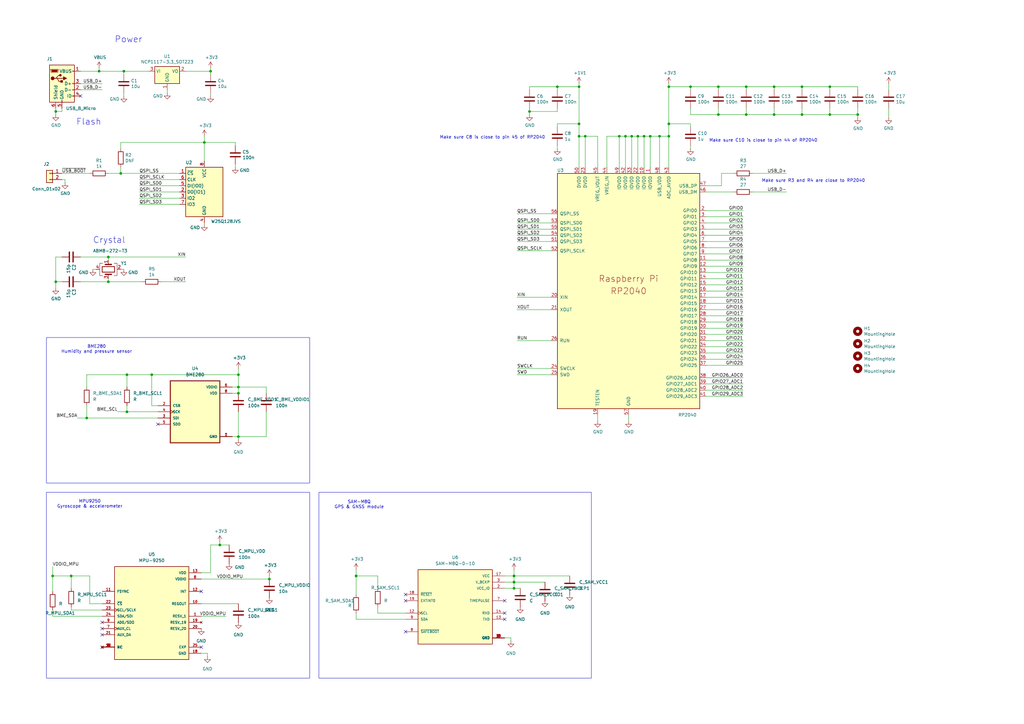
<source format=kicad_sch>
(kicad_sch (version 20250114) (generator "eeschema") (generator_version "9.0")
  (paper "A3")
  (rectangle (start 19.05 201.93) (end 127 278.13))
  (rectangle (start 19.05 138.43) (end 127 198.12))
  (rectangle (start 130.81 201.93) (end 242.57 278.13))
  (text "SAM-M8Q\nGPS & GNSS module" (at 147.32 207.01 0) (effects (font (size 1.27 1.27))))
  (text "Crystal" (at 38.1 100.076 0) (effects (font (size 2.54 2.54)) (justify left bottom)))
  (text "Make sure C10 is close to pin 44 of RP2040" (at 290.83 58.42 0) (effects (font (size 1.27 1.27)) (justify left bottom)))
  (text "Flash" (at 31.242 51.562 0) (effects (font (size 2.54 2.54)) (justify left bottom)))
  (text "Make sure R3 and R4 are close to RP2040" (at 312.42 74.93 0) (effects (font (size 1.27 1.27)) (justify left bottom)))
  (text "BME280\nHumidity and pressure sensor" (at 39.624 143.256 0) (effects (font (size 1.27 1.27))))
  (text "MPU9250\nGyroscope & accelerometer\n" (at 36.83 206.756 0) (effects (font (size 1.27 1.27))))
  (text "Power" (at 46.99 17.78 0) (effects (font (size 2.54 2.54)) (justify left bottom)))
  (text "Make sure C8 is close to pin 45 of RP2040" (at 180.34 57.15 0) (effects (font (size 1.27 1.27)) (justify left bottom)))
  (junction (at 274.32 55.88))
  (junction (at 21.59 236.22))
  (junction (at 240.03 55.88))
  (junction (at 35.56 171.45))
  (junction (at 97.79 161.29))
  (junction (at 29.21 236.22))
  (junction (at 237.49 35.56))
  (junction (at 44.45 105.41))
  (junction (at 256.54 55.88))
  (junction (at 40.64 29.21))
  (junction (at 22.86 115.57))
  (junction (at 86.36 29.21))
  (junction (at 210.82 241.3))
  (junction (at 52.07 153.67))
  (junction (at 62.23 153.67))
  (junction (at 294.64 46.99))
  (junction (at 97.79 153.67))
  (junction (at 306.07 35.56))
  (junction (at 52.07 168.91))
  (junction (at 317.5 35.56))
  (junction (at 266.7 55.88))
  (junction (at 228.6 35.56))
  (junction (at 274.32 35.56))
  (junction (at 237.49 55.88))
  (junction (at 44.45 115.57))
  (junction (at 259.08 55.88))
  (junction (at 237.49 50.8))
  (junction (at 146.05 236.22))
  (junction (at 340.36 35.56))
  (junction (at 274.32 50.8))
  (junction (at 283.21 35.56))
  (junction (at 328.93 35.56))
  (junction (at 22.86 45.72))
  (junction (at 90.17 223.52))
  (junction (at 50.8 29.21))
  (junction (at 264.16 55.88))
  (junction (at 340.36 46.99))
  (junction (at 306.07 46.99))
  (junction (at 210.82 236.22))
  (junction (at 217.17 45.72))
  (junction (at 49.53 71.12))
  (junction (at 317.5 46.99))
  (junction (at 254 55.88))
  (junction (at 97.79 179.07))
  (junction (at 97.79 158.75))
  (junction (at 110.49 237.49))
  (junction (at 261.62 55.88))
  (junction (at 351.79 46.99))
  (junction (at 328.93 46.99))
  (junction (at 294.64 35.56))
  (junction (at 270.51 55.88))
  (junction (at 83.82 58.42))
  (junction (at 210.82 238.76))
  (no_connect (at 41.91 265.43))
  (no_connect (at 41.91 255.27))
  (no_connect (at 166.37 246.38))
  (no_connect (at 64.77 173.99))
  (no_connect (at 207.01 251.46))
  (no_connect (at 41.91 257.81))
  (no_connect (at 82.55 265.43))
  (no_connect (at 207.01 246.38))
  (no_connect (at 166.37 259.08))
  (no_connect (at 207.01 254))
  (no_connect (at 33.02 39.37))
  (no_connect (at 41.91 260.35))
  (no_connect (at 166.37 243.84))
  (no_connect (at 82.55 242.57))
  (wire (pts (xy 33.02 105.41) (xy 44.45 105.41)))
  (wire (pts (xy 364.49 44.45) (xy 364.49 48.26)))
  (wire (pts (xy 36.83 247.65) (xy 36.83 236.22)))
  (wire (pts (xy 228.6 59.69) (xy 228.6 60.96)))
  (wire (pts (xy 274.32 35.56) (xy 274.32 50.8)))
  (wire (pts (xy 50.8 38.1) (xy 50.8 39.37)))
  (wire (pts (xy 245.11 55.88) (xy 240.03 55.88)))
  (wire (pts (xy 226.06 127) (xy 212.09 127)))
  (wire (pts (xy 210.82 238.76) (xy 223.52 238.76)))
  (wire (pts (xy 289.56 144.78) (xy 304.8 144.78)))
  (wire (pts (xy 109.22 168.91) (xy 109.22 179.07)))
  (wire (pts (xy 35.56 153.67) (xy 52.07 153.67)))
  (wire (pts (xy 217.17 36.83) (xy 217.17 35.56)))
  (wire (pts (xy 207.01 241.3) (xy 210.82 241.3)))
  (wire (pts (xy 289.56 109.22) (xy 304.8 109.22)))
  (wire (pts (xy 289.56 132.08) (xy 304.8 132.08)))
  (wire (pts (xy 97.79 158.75) (xy 109.22 158.75)))
  (wire (pts (xy 289.56 149.86) (xy 304.8 149.86)))
  (wire (pts (xy 289.56 86.36) (xy 304.8 86.36)))
  (wire (pts (xy 340.36 46.99) (xy 328.93 46.99)))
  (wire (pts (xy 217.17 45.72) (xy 217.17 46.99)))
  (wire (pts (xy 33.02 115.57) (xy 44.45 115.57)))
  (wire (pts (xy 317.5 46.99) (xy 306.07 46.99)))
  (wire (pts (xy 73.66 81.28) (xy 57.15 81.28)))
  (wire (pts (xy 289.56 111.76) (xy 304.8 111.76)))
  (wire (pts (xy 210.82 241.3) (xy 213.36 241.3)))
  (wire (pts (xy 95.25 158.75) (xy 97.79 158.75)))
  (wire (pts (xy 364.49 34.29) (xy 364.49 36.83)))
  (wire (pts (xy 264.16 55.88) (xy 266.7 55.88)))
  (wire (pts (xy 295.91 71.12) (xy 300.99 71.12)))
  (wire (pts (xy 289.56 93.98) (xy 304.8 93.98)))
  (wire (pts (xy 90.17 223.52) (xy 90.17 222.25)))
  (wire (pts (xy 351.79 36.83) (xy 351.79 35.56)))
  (wire (pts (xy 26.67 73.66) (xy 26.67 74.93)))
  (wire (pts (xy 217.17 45.72) (xy 228.6 45.72)))
  (wire (pts (xy 212.09 121.92) (xy 226.06 121.92)))
  (wire (pts (xy 328.93 35.56) (xy 340.36 35.56)))
  (wire (pts (xy 33.02 29.21) (xy 40.64 29.21)))
  (wire (pts (xy 240.03 55.88) (xy 237.49 55.88)))
  (wire (pts (xy 21.59 252.73) (xy 21.59 250.19)))
  (wire (pts (xy 228.6 45.72) (xy 228.6 44.45)))
  (wire (pts (xy 49.53 58.42) (xy 83.82 58.42)))
  (wire (pts (xy 25.4 45.72) (xy 22.86 45.72)))
  (wire (pts (xy 226.06 139.7) (xy 212.09 139.7)))
  (wire (pts (xy 248.92 68.58) (xy 248.92 55.88)))
  (wire (pts (xy 237.49 50.8) (xy 237.49 55.88)))
  (wire (pts (xy 64.77 166.37) (xy 62.23 166.37)))
  (wire (pts (xy 96.52 59.69) (xy 96.52 58.42)))
  (wire (pts (xy 95.25 161.29) (xy 97.79 161.29)))
  (wire (pts (xy 351.79 46.99) (xy 351.79 48.26)))
  (wire (pts (xy 154.94 248.92) (xy 154.94 251.46)))
  (wire (pts (xy 289.56 96.52) (xy 304.8 96.52)))
  (wire (pts (xy 21.59 236.22) (xy 29.21 236.22)))
  (wire (pts (xy 44.45 106.68) (xy 44.45 105.41)))
  (wire (pts (xy 207.01 236.22) (xy 210.82 236.22)))
  (wire (pts (xy 289.56 139.7) (xy 304.8 139.7)))
  (wire (pts (xy 212.09 91.44) (xy 226.06 91.44)))
  (wire (pts (xy 97.79 158.75) (xy 97.79 161.29)))
  (wire (pts (xy 210.82 241.3) (xy 210.82 238.76)))
  (wire (pts (xy 289.56 104.14) (xy 304.8 104.14)))
  (wire (pts (xy 274.32 50.8) (xy 283.21 50.8)))
  (wire (pts (xy 166.37 254) (xy 146.05 254)))
  (wire (pts (xy 306.07 36.83) (xy 306.07 35.56)))
  (wire (pts (xy 38.1 110.49) (xy 39.37 110.49)))
  (wire (pts (xy 109.22 158.75) (xy 109.22 161.29)))
  (wire (pts (xy 289.56 99.06) (xy 304.8 99.06)))
  (wire (pts (xy 31.75 171.45) (xy 35.56 171.45)))
  (wire (pts (xy 35.56 153.67) (xy 35.56 158.75)))
  (wire (pts (xy 289.56 162.56) (xy 304.8 162.56)))
  (wire (pts (xy 73.66 83.82) (xy 57.15 83.82)))
  (wire (pts (xy 73.66 78.74) (xy 57.15 78.74)))
  (wire (pts (xy 52.07 153.67) (xy 52.07 158.75)))
  (wire (pts (xy 289.56 154.94) (xy 304.8 154.94)))
  (wire (pts (xy 274.32 55.88) (xy 274.32 68.58)))
  (wire (pts (xy 289.56 114.3) (xy 304.8 114.3)))
  (wire (pts (xy 92.71 252.73) (xy 82.55 252.73)))
  (wire (pts (xy 228.6 35.56) (xy 237.49 35.56)))
  (wire (pts (xy 261.62 68.58) (xy 261.62 55.88)))
  (wire (pts (xy 95.25 179.07) (xy 97.79 179.07)))
  (wire (pts (xy 73.66 76.2) (xy 57.15 76.2)))
  (wire (pts (xy 146.05 233.68) (xy 146.05 236.22)))
  (wire (pts (xy 259.08 55.88) (xy 261.62 55.88)))
  (wire (pts (xy 317.5 36.83) (xy 317.5 35.56)))
  (wire (pts (xy 41.91 252.73) (xy 21.59 252.73)))
  (wire (pts (xy 146.05 236.22) (xy 146.05 243.84)))
  (wire (pts (xy 36.83 71.12) (xy 25.4 71.12)))
  (wire (pts (xy 283.21 59.69) (xy 283.21 60.96)))
  (wire (pts (xy 328.93 44.45) (xy 328.93 46.99)))
  (wire (pts (xy 283.21 44.45) (xy 283.21 46.99)))
  (wire (pts (xy 60.96 29.21) (xy 50.8 29.21)))
  (wire (pts (xy 25.4 44.45) (xy 25.4 45.72)))
  (wire (pts (xy 340.36 36.83) (xy 340.36 35.56)))
  (wire (pts (xy 289.56 127) (xy 304.8 127)))
  (wire (pts (xy 21.59 242.57) (xy 21.59 236.22)))
  (wire (pts (xy 96.52 67.31) (xy 96.52 68.58)))
  (wire (pts (xy 25.4 115.57) (xy 22.86 115.57)))
  (wire (pts (xy 317.5 35.56) (xy 328.93 35.56)))
  (wire (pts (xy 317.5 44.45) (xy 317.5 46.99)))
  (wire (pts (xy 90.17 223.52) (xy 93.98 223.52)))
  (wire (pts (xy 295.91 71.12) (xy 295.91 76.2)))
  (wire (pts (xy 306.07 35.56) (xy 317.5 35.56)))
  (wire (pts (xy 289.56 121.92) (xy 304.8 121.92)))
  (wire (pts (xy 21.59 232.41) (xy 21.59 236.22)))
  (wire (pts (xy 245.11 68.58) (xy 245.11 55.88)))
  (wire (pts (xy 97.79 151.13) (xy 97.79 153.67)))
  (wire (pts (xy 29.21 250.19) (xy 29.21 248.92)))
  (wire (pts (xy 210.82 236.22) (xy 210.82 233.68)))
  (wire (pts (xy 226.06 153.67) (xy 212.09 153.67)))
  (wire (pts (xy 289.56 91.44) (xy 304.8 91.44)))
  (wire (pts (xy 154.94 236.22) (xy 146.05 236.22)))
  (wire (pts (xy 25.4 73.66) (xy 26.67 73.66)))
  (wire (pts (xy 36.83 236.22) (xy 29.21 236.22)))
  (wire (pts (xy 217.17 35.56) (xy 228.6 35.56)))
  (wire (pts (xy 248.92 55.88) (xy 254 55.88)))
  (wire (pts (xy 289.56 157.48) (xy 304.8 157.48)))
  (wire (pts (xy 22.86 115.57) (xy 22.86 118.11)))
  (wire (pts (xy 294.64 46.99) (xy 283.21 46.99)))
  (wire (pts (xy 261.62 55.88) (xy 264.16 55.88)))
  (wire (pts (xy 86.36 29.21) (xy 86.36 27.94)))
  (wire (pts (xy 146.05 254) (xy 146.05 251.46)))
  (wire (pts (xy 289.56 119.38) (xy 304.8 119.38)))
  (wire (pts (xy 29.21 241.3) (xy 29.21 236.22)))
  (wire (pts (xy 306.07 46.99) (xy 294.64 46.99)))
  (wire (pts (xy 289.56 106.68) (xy 304.8 106.68)))
  (wire (pts (xy 64.77 168.91) (xy 52.07 168.91)))
  (wire (pts (xy 245.11 170.18) (xy 245.11 172.72)))
  (wire (pts (xy 62.23 153.67) (xy 97.79 153.67)))
  (wire (pts (xy 270.51 55.88) (xy 274.32 55.88)))
  (wire (pts (xy 48.26 168.91) (xy 52.07 168.91)))
  (wire (pts (xy 340.36 35.56) (xy 351.79 35.56)))
  (wire (pts (xy 270.51 68.58) (xy 270.51 55.88)))
  (wire (pts (xy 85.09 269.24) (xy 85.09 267.97)))
  (wire (pts (xy 289.56 134.62) (xy 304.8 134.62)))
  (wire (pts (xy 41.91 250.19) (xy 29.21 250.19)))
  (wire (pts (xy 256.54 68.58) (xy 256.54 55.88)))
  (wire (pts (xy 62.23 153.67) (xy 62.23 166.37)))
  (wire (pts (xy 226.06 102.87) (xy 212.09 102.87)))
  (wire (pts (xy 228.6 36.83) (xy 228.6 35.56)))
  (wire (pts (xy 294.64 36.83) (xy 294.64 35.56)))
  (wire (pts (xy 66.04 115.57) (xy 76.2 115.57)))
  (wire (pts (xy 50.8 30.48) (xy 50.8 29.21)))
  (wire (pts (xy 226.06 151.13) (xy 212.09 151.13)))
  (wire (pts (xy 289.56 101.6) (xy 304.8 101.6)))
  (wire (pts (xy 109.22 179.07) (xy 97.79 179.07)))
  (wire (pts (xy 35.56 171.45) (xy 64.77 171.45)))
  (wire (pts (xy 259.08 68.58) (xy 259.08 55.88)))
  (wire (pts (xy 97.79 168.91) (xy 97.79 179.07)))
  (wire (pts (xy 257.81 170.18) (xy 257.81 172.72)))
  (wire (pts (xy 44.45 115.57) (xy 58.42 115.57)))
  (wire (pts (xy 264.16 68.58) (xy 264.16 55.88)))
  (wire (pts (xy 340.36 46.99) (xy 351.79 46.99)))
  (wire (pts (xy 256.54 55.88) (xy 259.08 55.88)))
  (wire (pts (xy 154.94 241.3) (xy 154.94 236.22)))
  (wire (pts (xy 83.82 92.075) (xy 83.82 91.44)))
  (wire (pts (xy 217.17 44.45) (xy 217.17 45.72)))
  (wire (pts (xy 212.09 96.52) (xy 226.06 96.52)))
  (wire (pts (xy 82.55 234.95) (xy 86.36 234.95)))
  (wire (pts (xy 283.21 35.56) (xy 294.64 35.56)))
  (wire (pts (xy 308.61 71.12) (xy 322.58 71.12)))
  (wire (pts (xy 40.64 27.94) (xy 40.64 29.21)))
  (wire (pts (xy 212.09 93.98) (xy 226.06 93.98)))
  (wire (pts (xy 351.79 44.45) (xy 351.79 46.99)))
  (wire (pts (xy 44.45 105.41) (xy 76.2 105.41)))
  (wire (pts (xy 68.58 36.83) (xy 68.58 38.1)))
  (wire (pts (xy 274.32 34.29) (xy 274.32 35.56)))
  (wire (pts (xy 266.7 55.88) (xy 270.51 55.88)))
  (wire (pts (xy 82.55 237.49) (xy 110.49 237.49)))
  (wire (pts (xy 85.09 267.97) (xy 82.55 267.97)))
  (wire (pts (xy 237.49 34.29) (xy 237.49 35.56)))
  (wire (pts (xy 237.49 35.56) (xy 237.49 50.8)))
  (wire (pts (xy 49.53 110.49) (xy 50.8 110.49)))
  (wire (pts (xy 86.36 30.48) (xy 86.36 29.21)))
  (wire (pts (xy 289.56 76.2) (xy 295.91 76.2)))
  (wire (pts (xy 22.86 44.45) (xy 22.86 45.72)))
  (wire (pts (xy 289.56 88.9) (xy 304.8 88.9)))
  (wire (pts (xy 289.56 124.46) (xy 304.8 124.46)))
  (wire (pts (xy 33.02 34.29) (xy 41.91 34.29)))
  (wire (pts (xy 82.55 247.65) (xy 97.79 247.65)))
  (wire (pts (xy 97.79 180.34) (xy 97.79 179.07)))
  (wire (pts (xy 110.49 236.22) (xy 110.49 237.49)))
  (wire (pts (xy 207.01 238.76) (xy 210.82 238.76)))
  (wire (pts (xy 210.82 236.22) (xy 233.68 236.22)))
  (wire (pts (xy 266.7 55.88) (xy 266.7 68.58)))
  (wire (pts (xy 33.02 36.83) (xy 41.91 36.83)))
  (wire (pts (xy 226.06 87.63) (xy 212.09 87.63)))
  (wire (pts (xy 308.61 78.74) (xy 322.58 78.74)))
  (wire (pts (xy 294.64 35.56) (xy 306.07 35.56)))
  (wire (pts (xy 228.6 52.07) (xy 228.6 50.8)))
  (wire (pts (xy 22.86 105.41) (xy 22.86 115.57)))
  (wire (pts (xy 35.56 166.37) (xy 35.56 171.45)))
  (wire (pts (xy 57.15 73.66) (xy 73.66 73.66)))
  (wire (pts (xy 49.53 68.58) (xy 49.53 71.12)))
  (wire (pts (xy 274.32 35.56) (xy 283.21 35.56)))
  (wire (pts (xy 340.36 44.45) (xy 340.36 46.99)))
  (wire (pts (xy 328.93 36.83) (xy 328.93 35.56)))
  (wire (pts (xy 52.07 168.91) (xy 52.07 166.37)))
  (wire (pts (xy 289.56 137.16) (xy 304.8 137.16)))
  (wire (pts (xy 210.82 238.76) (xy 210.82 236.22)))
  (wire (pts (xy 289.56 116.84) (xy 304.8 116.84)))
  (wire (pts (xy 154.94 251.46) (xy 166.37 251.46)))
  (wire (pts (xy 40.64 29.21) (xy 50.8 29.21)))
  (wire (pts (xy 228.6 50.8) (xy 237.49 50.8)))
  (wire (pts (xy 294.64 44.45) (xy 294.64 46.99)))
  (wire (pts (xy 83.82 58.42) (xy 96.52 58.42)))
  (wire (pts (xy 237.49 55.88) (xy 237.49 68.58)))
  (wire (pts (xy 86.36 223.52) (xy 90.17 223.52)))
  (wire (pts (xy 254 55.88) (xy 256.54 55.88)))
  (wire (pts (xy 209.55 261.62) (xy 207.01 261.62)))
  (wire (pts (xy 328.93 46.99) (xy 317.5 46.99)))
  (wire (pts (xy 86.36 38.1) (xy 86.36 39.37)))
  (wire (pts (xy 254 68.58) (xy 254 55.88)))
  (wire (pts (xy 86.36 223.52) (xy 86.36 234.95)))
  (wire (pts (xy 44.45 71.12) (xy 49.53 71.12)))
  (wire (pts (xy 240.03 68.58) (xy 240.03 55.88)))
  (wire (pts (xy 289.56 129.54) (xy 304.8 129.54)))
  (wire (pts (xy 97.79 153.67) (xy 97.79 158.75)))
  (wire (pts (xy 83.82 55.88) (xy 83.82 58.42)))
  (wire (pts (xy 22.86 45.72) (xy 22.86 46.99)))
  (wire (pts (xy 49.53 60.96) (xy 49.53 58.42)))
  (wire (pts (xy 274.32 50.8) (xy 274.32 55.88)))
  (wire (pts (xy 25.4 105.41) (xy 22.86 105.41)))
  (wire (pts (xy 41.91 247.65) (xy 36.83 247.65)))
  (wire (pts (xy 283.21 52.07) (xy 283.21 50.8)))
  (wire (pts (xy 83.82 58.42) (xy 83.82 66.04)))
  (wire (pts (xy 289.56 147.32) (xy 304.8 147.32)))
  (wire (pts (xy 44.45 114.3) (xy 44.45 115.57)))
  (wire (pts (xy 289.56 142.24) (xy 304.8 142.24)))
  (wire (pts (xy 76.2 29.21) (xy 86.36 29.21)))
  (wire (pts (xy 289.56 160.02) (xy 304.8 160.02)))
  (wire (pts (xy 306.07 44.45) (xy 306.07 46.99)))
  (wire (pts (xy 283.21 36.83) (xy 283.21 35.56)))
  (wire (pts (xy 209.55 262.89) (xy 209.55 261.62)))
  (wire (pts (xy 49.53 71.12) (xy 73.66 71.12)))
  (wire (pts (xy 289.56 78.74) (xy 300.99 78.74)))
  (wire (pts (xy 52.07 153.67) (xy 62.23 153.67)))
  (wire (pts (xy 212.09 99.06) (xy 226.06 99.06)))
  (label "VDDIO_MPU" (at 21.59 232.41 0))
  (label "GPIO27_ADC1" (at 304.8 157.48 180))
  (label "XIN" (at 212.09 121.92 0))
  (label "GPIO24" (at 304.8 147.32 180))
  (label "QSPI_SD0" (at 57.15 76.2 0))
  (label "GPIO23" (at 304.8 144.78 180))
  (label "SWD" (at 212.09 153.67 0))
  (label "XIN" (at 76.2 105.41 180))
  (label "GPIO11" (at 304.8 114.3 180))
  (label "VDDIO_MPU" (at 92.71 252.73 180))
  (label "QSPI_SD3" (at 57.15 83.82 0))
  (label "GPIO29_ADC3" (at 304.8 162.56 180))
  (label "QSPI_SD2" (at 212.09 96.52 0))
  (label "GPIO22" (at 304.8 142.24 180))
  (label "USB_D+" (at 41.91 34.29 180))
  (label "QSPI_SS" (at 212.09 87.63 0))
  (label "VDDIO_MPU" (at 88.9 237.49 0))
  (label "GPIO10" (at 304.8 111.76 180))
  (label "GPIO16" (at 304.8 127 180))
  (label "GPIO2" (at 304.8 91.44 180))
  (label "GPIO15" (at 304.8 124.46 180))
  (label "GPIO14" (at 304.8 121.92 180))
  (label "GPIO26_ADC0" (at 304.8 154.94 180))
  (label "QSPI_SD1" (at 212.09 93.98 0))
  (label "GPIO0" (at 304.8 86.36 180))
  (label "GPIO12" (at 304.8 116.84 180))
  (label "QSPI_SD1" (at 57.15 78.74 0))
  (label "GPIO7" (at 304.8 104.14 180))
  (label "QSPI_SD2" (at 57.15 81.28 0))
  (label "RUN" (at 212.09 139.7 0))
  (label "USB_D+" (at 322.58 71.12 180))
  (label "XOUT" (at 76.2 115.57 180))
  (label "QSPI_SD0" (at 212.09 91.44 0))
  (label "QSPI_SD3" (at 212.09 99.06 0))
  (label "GPIO4" (at 304.8 96.52 180))
  (label "GPIO18" (at 304.8 132.08 180))
  (label "BME_SDA" (at 31.75 171.45 180))
  (label "BME_SCL" (at 48.26 168.91 180))
  (label "QSPI_SCLK" (at 57.15 73.66 0))
  (label "GPIO20" (at 304.8 137.16 180))
  (label "GPIO8" (at 304.8 106.68 180))
  (label "GPIO17" (at 304.8 129.54 180))
  (label "GPIO28_ADC2" (at 304.8 160.02 180))
  (label "GPIO13" (at 304.8 119.38 180))
  (label "~{USB_BOOT}" (at 25.4 71.12 0))
  (label "XOUT" (at 212.09 127 0))
  (label "GPIO1" (at 304.8 88.9 180))
  (label "QSPI_SS" (at 57.15 71.12 0))
  (label "GPIO21" (at 304.8 139.7 180))
  (label "GPIO6" (at 304.8 101.6 180))
  (label "GPIO25" (at 304.8 149.86 180))
  (label "USB_D-" (at 322.58 78.74 180))
  (label "GPIO3" (at 304.8 93.98 180))
  (label "QSPI_SCLK" (at 212.09 102.87 0))
  (label "GPIO9" (at 304.8 109.22 180))
  (label "USB_D-" (at 41.91 36.83 180))
  (label "GPIO19" (at 304.8 134.62 180))
  (label "SWCLK" (at 212.09 151.13 0))
  (label "GPIO5" (at 304.8 99.06 180))
  (symbol (lib_id "MCU_RaspberryPi_RP2040:RP2040") (at 257.81 119.38 0) (unit 1)
    (property "Reference" "U3" (at 229.87 69.85 0))
    (property "Value" "RP2040" (at 281.94 170.18 0))
    (property "Footprint" "RP2040_minimal_r2:RP2040-QFN-56" (effects (hide yes)))
  )
  (symbol (lib_id "Memory_Flash:W25Q128JVS") (at 83.82 78.74 0) (unit 1)
    (property "Reference" "U2" (at 77.47 66.675 0))
    (property "Value" "W25Q128JVS" (at 92.71 90.805 0))
    (property "Footprint" "Package_SO:SOIC-8_5.3x5.3mm_P1.27mm" (effects (hide yes)))
    (property "Datasheet" "http://www.winbond.com/resource-files/w25q128jv_dtr%20revc%2003272018%20plus.pdf" (effects (hide yes)))
  )
  (symbol (lib_id "power:+3V3") (at 83.82 55.88 0) (unit 1)
    (property "Reference" "#PWR07" (effects (hide yes)))
    (property "Value" "+3V3" (at 84.201 51.4858 0))
  )
  (symbol (lib_id "power:GND") (at 83.82 92.075 0) (unit 1)
    (property "Reference" "#PWR08" (effects (hide yes)))
    (property "Value" "GND" (at 80.01 93.345 0))
  )
  (symbol (lib_id "Device:R") (at 49.53 64.77 0) (unit 1)
    (property "Reference" "R2" (at 51.308 63.6016 0) (effects (justify left)))
    (property "Value" "DNF" (at 51.308 65.913 0) (effects (justify left)))
    (property "Footprint" "Resistor_SMD:R_0805_2012Metric" (effects (hide yes)))
  )
  (symbol (lib_id "Device:R") (at 40.64 71.12 270) (unit 1)
    (property "Reference" "R1" (at 40.64 65.8622 90))
    (property "Value" "1k" (at 40.64 68.1736 90))
    (property "Footprint" "Resistor_SMD:R_0805_2012Metric" (effects (hide yes)))
  )
  (symbol (lib_id "Device:C") (at 96.52 63.5 0) (unit 1)
    (property "Reference" "C5" (at 99.441 62.3316 0) (effects (justify left)))
    (property "Value" "100n" (at 99.441 64.643 0) (effects (justify left)))
    (property "Footprint" "Capacitor_SMD:C_0402_1005Metric" (effects (hide yes)))
  )
  (symbol (lib_id "power:GND") (at 96.52 68.58 0) (unit 1)
    (property "Reference" "#PWR011" (effects (hide yes)))
    (property "Value" "GND" (at 100.33 69.85 0))
  )
  (symbol (lib_id "Connector:USB_B_Micro") (at 25.4 34.29 0) (unit 1)
    (property "Reference" "J1" (at 21.59 24.13 0) (effects (justify right)))
    (property "Value" "USB_B_Micro" (at 39.37 44.45 0) (effects (justify right)))
    (property "Footprint" "RP2040_minimal_r2:USB_Micro-B_Amphenol_10103594-0001LF_Horizontal_modified" (effects (hide yes)))
  )
  (symbol (lib_id "power:GND") (at 257.81 172.72 0) (unit 1)
    (property "Reference" "#PWR016" (effects (hide yes)))
    (property "Value" "GND" (at 257.937 177.1142 0))
  )
  (symbol (lib_id "power:GND") (at 245.11 172.72 0) (unit 1)
    (property "Reference" "#PWR015" (effects (hide yes)))
    (property "Value" "GND" (at 245.237 177.1142 0))
  )
  (symbol (lib_id "Device:R") (at 304.8 71.12 270) (unit 1)
    (property "Reference" "R3" (at 304.8 65.8622 90))
    (property "Value" "27" (at 304.8 68.1736 90))
    (property "Footprint" "Resistor_SMD:R_0402_1005Metric" (effects (hide yes)))
  )
  (symbol (lib_id "Device:R") (at 304.8 78.74 270) (unit 1)
    (property "Reference" "R4" (at 304.8 73.4822 90))
    (property "Value" "27" (at 304.8 75.7936 90))
    (property "Footprint" "Resistor_SMD:R_0402_1005Metric" (effects (hide yes)))
  )
  (symbol (lib_id "power:GND") (at 22.86 46.99 0) (unit 1)
    (property "Reference" "#PWR01" (effects (hide yes)))
    (property "Value" "GND" (at 22.987 51.3842 0))
  )
  (symbol (lib_id "power:+3V3") (at 274.32 34.29 0) (unit 1)
    (property "Reference" "#PWR017" (effects (hide yes)))
    (property "Value" "+3V3" (at 274.701 29.8958 0))
  )
  (symbol (lib_id "power:+1V1") (at 237.49 34.29 0) (unit 1)
    (property "Reference" "#PWR014" (effects (hide yes)))
    (property "Value" "+1V1" (at 237.871 29.8958 0))
  )
  (symbol (lib_id "Device:C") (at 283.21 40.64 0) (unit 1)
    (property "Reference" "C9" (at 286.131 39.4716 0) (effects (justify left)))
    (property "Value" "100n" (at 286.131 41.783 0) (effects (justify left)))
    (property "Footprint" "Capacitor_SMD:C_0402_1005Metric" (effects (hide yes)))
  )
  (symbol (lib_id "Device:C") (at 294.64 40.64 0) (unit 1)
    (property "Reference" "C11" (at 297.561 39.4716 0) (effects (justify left)))
    (property "Value" "100n" (at 297.561 41.783 0) (effects (justify left)))
    (property "Footprint" "Capacitor_SMD:C_0402_1005Metric" (effects (hide yes)))
  )
  (symbol (lib_id "Device:C") (at 306.07 40.64 0) (unit 1)
    (property "Reference" "C12" (at 308.991 39.4716 0) (effects (justify left)))
    (property "Value" "100n" (at 308.991 41.783 0) (effects (justify left)))
    (property "Footprint" "Capacitor_SMD:C_0402_1005Metric" (effects (hide yes)))
  )
  (symbol (lib_id "Device:C") (at 317.5 40.64 0) (unit 1)
    (property "Reference" "C13" (at 320.421 39.4716 0) (effects (justify left)))
    (property "Value" "100n" (at 320.421 41.783 0) (effects (justify left)))
    (property "Footprint" "Capacitor_SMD:C_0402_1005Metric" (effects (hide yes)))
  )
  (symbol (lib_id "Device:C") (at 328.93 40.64 0) (unit 1)
    (property "Reference" "C14" (at 331.851 39.4716 0) (effects (justify left)))
    (property "Value" "100n" (at 331.851 41.783 0) (effects (justify left)))
    (property "Footprint" "Capacitor_SMD:C_0402_1005Metric" (effects (hide yes)))
  )
  (symbol (lib_id "Device:C") (at 340.36 40.64 0) (unit 1)
    (property "Reference" "C15" (at 343.281 39.4716 0) (effects (justify left)))
    (property "Value" "100n" (at 343.281 41.783 0) (effects (justify left)))
    (property "Footprint" "Capacitor_SMD:C_0402_1005Metric" (effects (hide yes)))
  )
  (symbol (lib_id "Device:C") (at 351.79 40.64 0) (unit 1)
    (property "Reference" "C16" (at 354.711 39.4716 0) (effects (justify left)))
    (property "Value" "100n" (at 354.711 41.783 0) (effects (justify left)))
    (property "Footprint" "Capacitor_SMD:C_0402_1005Metric" (effects (hide yes)))
  )
  (symbol (lib_id "Device:C") (at 217.17 40.64 0) (unit 1)
    (property "Reference" "C6" (at 220.091 39.4716 0) (effects (justify left)))
    (property "Value" "100n" (at 220.091 41.783 0) (effects (justify left)))
    (property "Footprint" "Capacitor_SMD:C_0402_1005Metric" (effects (hide yes)))
  )
  (symbol (lib_id "Device:C") (at 228.6 40.64 0) (unit 1)
    (property "Reference" "C7" (at 231.521 39.4716 0) (effects (justify left)))
    (property "Value" "100n" (at 231.521 41.783 0) (effects (justify left)))
    (property "Footprint" "Capacitor_SMD:C_0402_1005Metric" (effects (hide yes)))
  )
  (symbol (lib_id "Device:C") (at 228.6 55.88 0) (unit 1)
    (property "Reference" "C8" (at 231.521 54.7116 0) (effects (justify left)))
    (property "Value" "1u" (at 231.521 57.023 0) (effects (justify left)))
    (property "Footprint" "Capacitor_SMD:C_0402_1005Metric" (effects (hide yes)))
  )
  (symbol (lib_id "Device:C") (at 283.21 55.88 0) (unit 1)
    (property "Reference" "C10" (at 286.131 54.7116 0) (effects (justify left)))
    (property "Value" "1u" (at 286.131 57.023 0) (effects (justify left)))
    (property "Footprint" "Capacitor_SMD:C_0402_1005Metric" (effects (hide yes)))
  )
  (symbol (lib_id "Mechanical:MountingHole") (at 351.79 135.89 0) (unit 1)
    (property "Reference" "H1" (at 354.33 134.7216 0) (effects (justify left)))
    (property "Value" "MountingHole" (at 354.33 137.033 0) (effects (justify left)))
    (property "Footprint" "MountingHole:MountingHole_2.7mm_M2.5" (effects (hide yes)))
  )
  (symbol (lib_id "Mechanical:MountingHole") (at 351.79 140.97 0) (unit 1)
    (property "Reference" "H2" (at 354.33 139.8016 0) (effects (justify left)))
    (property "Value" "MountingHole" (at 354.33 142.113 0) (effects (justify left)))
    (property "Footprint" "MountingHole:MountingHole_2.7mm_M2.5" (effects (hide yes)))
  )
  (symbol (lib_id "Mechanical:MountingHole") (at 351.79 146.05 0) (unit 1)
    (property "Reference" "H3" (at 354.33 144.8816 0) (effects (justify left)))
    (property "Value" "MountingHole" (at 354.33 147.193 0) (effects (justify left)))
    (property "Footprint" "MountingHole:MountingHole_2.7mm_M2.5" (effects (hide yes)))
  )
  (symbol (lib_id "Mechanical:MountingHole") (at 351.79 151.13 0) (unit 1)
    (property "Reference" "H4" (at 354.33 149.9616 0) (effects (justify left)))
    (property "Value" "MountingHole" (at 354.33 152.273 0) (effects (justify left)))
    (property "Footprint" "MountingHole:MountingHole_2.7mm_M2.5" (effects (hide yes)))
  )
  (symbol (lib_id "power:GND") (at 351.79 48.26 0) (unit 1)
    (property "Reference" "#PWR023" (effects (hide yes)))
    (property "Value" "GND" (at 351.917 52.6542 0))
  )
  (symbol (lib_id "power:GND") (at 217.17 46.99 0) (unit 1)
    (property "Reference" "#PWR012" (effects (hide yes)))
    (property "Value" "GND" (at 217.297 51.3842 0))
  )
  (symbol (lib_id "power:GND") (at 228.6 60.96 0) (unit 1)
    (property "Reference" "#PWR013" (effects (hide yes)))
    (property "Value" "GND" (at 228.727 65.3542 0))
  )
  (symbol (lib_id "power:GND") (at 283.21 60.96 0) (unit 1)
    (property "Reference" "#PWR018" (effects (hide yes)))
    (property "Value" "GND" (at 283.337 65.3542 0))
  )
  (symbol (lib_id "Regulator_Linear:NCP1117-3.3_SOT223") (at 68.58 29.21 0) (unit 1)
    (property "Reference" "U1" (at 68.58 23.0632 0))
    (property "Value" "NCP1117-3.3_SOT223" (at 68.58 25.3746 0))
    (property "Footprint" "Package_TO_SOT_SMD:SOT-223-3_TabPin2" (effects (hide yes)))
    (property "Datasheet" "http://www.onsemi.com/pub_link/Collateral/NCP1117-D.PDF" (effects (hide yes)))
  )
  (symbol (lib_id "power:VBUS") (at 40.64 27.94 0) (unit 1)
    (property "Reference" "#PWR03" (effects (hide yes)))
    (property "Value" "VBUS" (at 41.021 23.5458 0))
  )
  (symbol (lib_id "power:GND") (at 68.58 38.1 0) (unit 1)
    (property "Reference" "#PWR05" (effects (hide yes)))
    (property "Value" "GND" (at 64.77 39.37 0))
  )
  (symbol (lib_id "power:+3V3") (at 86.36 27.94 0) (unit 1)
    (property "Reference" "#PWR09" (effects (hide yes)))
    (property "Value" "+3V3" (at 86.741 23.5458 0))
  )
  (symbol (lib_id "Device:C") (at 50.8 34.29 0) (unit 1)
    (property "Reference" "C1" (at 53.721 33.1216 0) (effects (justify left)))
    (property "Value" "10u" (at 53.721 35.433 0) (effects (justify left)))
    (property "Footprint" "Capacitor_SMD:C_0805_2012Metric" (effects (hide yes)))
  )
  (symbol (lib_id "Device:C") (at 86.36 34.29 0) (unit 1)
    (property "Reference" "C4" (at 89.281 33.1216 0) (effects (justify left)))
    (property "Value" "10u" (at 89.281 35.433 0) (effects (justify left)))
    (property "Footprint" "Capacitor_SMD:C_0805_2012Metric" (effects (hide yes)))
  )
  (symbol (lib_id "power:GND") (at 50.8 39.37 0) (unit 1)
    (property "Reference" "#PWR04" (effects (hide yes)))
    (property "Value" "GND" (at 46.99 40.64 0))
  )
  (symbol (lib_id "power:GND") (at 86.36 39.37 0) (unit 1)
    (property "Reference" "#PWR010" (effects (hide yes)))
    (property "Value" "GND" (at 82.55 40.64 0))
  )
  (symbol (lib_id "power:+3V3") (at 364.49 34.29 0) (unit 1)
    (property "Reference" "#PWR024" (effects (hide yes)))
    (property "Value" "+3V3" (at 364.871 29.8958 0))
  )
  (symbol (lib_id "Device:C") (at 364.49 40.64 0) (unit 1)
    (property "Reference" "C17" (at 367.411 39.4716 0) (effects (justify left)))
    (property "Value" "10u" (at 367.411 41.783 0) (effects (justify left)))
    (property "Footprint" "Capacitor_SMD:C_0805_2012Metric" (effects (hide yes)))
  )
  (symbol (lib_id "power:GND") (at 364.49 48.26 0) (unit 1)
    (property "Reference" "#PWR025" (effects (hide yes)))
    (property "Value" "GND" (at 364.49 52.578 0))
  )
  (symbol (lib_id "Connector_Generic:Conn_01x02") (at 20.32 71.12 0) (mirror y) (unit 1)
    (property "Reference" "J2" (at 19.05 67.31 0))
    (property "Value" "Conn_01x02" (at 19.05 77.47 0))
    (property "Footprint" "Connector_PinHeader_2.54mm:PinHeader_1x02_P2.54mm_Vertical" (effects (hide yes)))
  )
  (symbol (lib_id "power:GND") (at 26.67 74.93 0) (unit 1)
    (property "Reference" "#PWR02" (effects (hide yes)))
    (property "Value" "GND" (at 26.797 79.3242 0))
  )
  (symbol (lib_id "Device:C") (at 213.36 245.11 0) (unit 1)
    (property "Reference" "C_SAM_VCCIO1" (at 217.17 243.8399 0) (effects (justify left)))
    (property "Value" "C" (at 217.17 246.3799 0) (effects (justify left)))
    (property "Footprint" "TCLib:C_0805" (effects (hide yes)))
    (property "Description" "Unpolarized capacitor" (effects (hide yes)))
  )
  (symbol (lib_id "power:+3V3") (at 110.49 236.22 0) (unit 1)
    (property "Reference" "#PWR036" (effects (hide yes)))
    (property "Value" "+3V3" (at 110.871 231.8258 0))
  )
  (symbol (lib_id "power:+3V3") (at 146.05 233.68 0) (unit 1)
    (property "Reference" "#PWR038" (effects (hide yes)))
    (property "Value" "+3V3" (at 146.431 229.2858 0))
  )
  (symbol (lib_id "power:+3V3") (at 97.79 151.13 0) (unit 1)
    (property "Reference" "#PWR034" (effects (hide yes)))
    (property "Value" "+3V3" (at 98.171 146.7358 0))
  )
  (symbol (lib_name "GND_7") (lib_id "power:GND") (at 209.55 262.89 0) (unit 1)
    (property "Reference" "#PWR033" (effects (hide yes)))
    (property "Value" "GND" (at 209.55 267.97 0))
    (property "Description" "Power symbol creates a global label with name \"GND\" , ground" (effects (hide yes)))
  )
  (symbol (lib_id "TCLib:C") (at 97.79 251.46 0) (unit 1)
    (property "Reference" "C_MPU_REG1" (at 101.6 250.1899 0) (effects (justify left)))
    (property "Value" "100n" (at 101.6 252.7299 0) (effects (justify left)))
    (property "Footprint" "TCLib:C_0805" (effects (hide yes)))
  )
  (symbol (lib_id "Device:R") (at 52.07 162.56 0) (unit 1)
    (property "Reference" "R_BME_SCL1" (at 54.61 161.2899 0) (effects (justify left)))
    (property "Value" "R" (at 54.61 163.8299 0) (effects (justify left)))
    (property "Footprint" "TCLib:R_0805" (effects (hide yes)))
    (property "Description" "Resistor" (effects (hide yes)))
  )
  (symbol (lib_id "Rocketry_FC:SAM-M8Q-0-10") (at 186.69 248.92 0) (unit 1)
    (property "Reference" "U6" (at 186.69 228.6 0))
    (property "Value" "SAM-M8Q-0-10" (at 186.69 231.14 0))
    (property "Footprint" "my_lib:MODULE_SAM-M8Q-0-10" (effects (hide yes)))
    (property "MF" "U-Blox" (effects (hide yes)))
    (property "MAXIMUM_PACKAGE_HEIGHT" "6.80mm" (effects (hide yes)))
    (property "Package" "SMD-20 u-blox" (effects (hide yes)))
    (property "Price" "None" (effects (hide yes)))
    (property "Check_prices" "https://www.snapeda.com/parts/SAM-M8Q-0-10/u-blox/view-part/?ref=eda" (effects (hide yes)))
    (property "STANDARD" "Manufacturer Recommendations" (effects (hide yes)))
    (property "PARTREV" "R07" (effects (hide yes)))
    (property "SnapEDA_Link" "https://www.snapeda.com/parts/SAM-M8Q-0-10/u-blox/view-part/?ref=snap" (effects (hide yes)))
    (property "MP" "SAM-M8Q-0-10" (effects (hide yes)))
    (property "Description_1" "series RF Receiver Galileo, GLONASS, GPS 1.575GHz, 1.602GHz -165dBm 400kbps On-Board, Patch Module" (effects (hide yes)))
    (property "Availability" "In Stock" (effects (hide yes)))
    (property "MANUFACTURER" "ublox" (effects (hide yes)))
  )
  (symbol (lib_id "power:+3V3") (at 210.82 233.68 0) (unit 1)
    (property "Reference" "#PWR037" (effects (hide yes)))
    (property "Value" "+3V3" (at 211.201 229.2858 0))
  )
  (symbol (lib_id "TCLib:C") (at 97.79 165.1 0) (unit 1)
    (property "Reference" "C_BME_VDD1" (at 101.6 163.8299 0) (effects (justify left)))
    (property "Value" "100n" (at 101.6 166.3699 0) (effects (justify left)))
    (property "Footprint" "TCLib:C_0805" (effects (hide yes)))
    (property "Description" "Unpolarized capacitor" (effects (hide yes)))
  )
  (symbol (lib_id "Device:Crystal_GND24") (at 44.45 110.49 270) (unit 1)
    (property "Reference" "Y1" (at 49.53 107.95 90) (effects (justify left)))
    (property "Value" "ABM8-272-T3" (at 38.1 102.87 90) (effects (justify left)))
    (property "Footprint" "Crystal:Crystal_SMD_3225-4Pin_3.2x2.5mm" (effects (hide yes)))
  )
  (symbol (lib_name "GND_8") (lib_id "power:GND") (at 213.36 248.92 0) (unit 1)
    (property "Reference" "#PWR019" (effects (hide yes)))
    (property "Value" "GND" (at 213.36 254 0))
    (property "Description" "Power symbol creates a global label with name \"GND\" , ground" (effects (hide yes)))
  )
  (symbol (lib_id "power:GND") (at 50.8 110.49 0) (unit 1)
    (property "Reference" "#PWR027" (effects (hide yes)))
    (property "Value" "GND" (at 54.61 111.76 0))
  )
  (symbol (lib_id "Device:R") (at 146.05 247.65 0) (unit 1)
    (property "Reference" "R_SAM_SDA1" (at 133.35 246.38 0) (effects (justify left)))
    (property "Value" "R" (at 142.748 248.412 0) (effects (justify left)))
    (property "Footprint" "TCLib:R_0805" (effects (hide yes)))
    (property "Description" "Resistor" (effects (hide yes)))
  )
  (symbol (lib_id "Device:C") (at 29.21 105.41 270) (unit 1)
    (property "Reference" "C2" (at 30.3784 108.331 0) (effects (justify left)))
    (property "Value" "15p" (at 28.067 108.331 0) (effects (justify left)))
    (property "Footprint" "Capacitor_SMD:C_0402_1005Metric" (effects (hide yes)))
  )
  (symbol (lib_name "GND_10") (lib_id "power:GND") (at 233.68 243.84 0) (unit 1)
    (property "Reference" "#PWR030" (effects (hide yes)))
    (property "Value" "GND" (at 233.68 248.92 0))
    (property "Description" "Power symbol creates a global label with name \"GND\" , ground" (effects (hide yes)))
  )
  (symbol (lib_name "GND_9") (lib_id "power:GND") (at 223.52 246.38 0) (unit 1)
    (property "Reference" "#PWR022" (effects (hide yes)))
    (property "Value" "GND" (at 223.52 251.46 0))
    (property "Description" "Power symbol creates a global label with name \"GND\" , ground" (effects (hide yes)))
  )
  (symbol (lib_id "power:+3V3") (at 90.17 222.25 0) (unit 1)
    (property "Reference" "#PWR035" (effects (hide yes)))
    (property "Value" "+3V3" (at 90.551 217.8558 0))
  )
  (symbol (lib_id "Device:C") (at 223.52 242.57 0) (unit 1)
    (property "Reference" "C_SAM_VBCKP1" (at 227.33 241.2999 0) (effects (justify left)))
    (property "Value" "C" (at 227.33 243.8399 0) (effects (justify left)))
    (property "Footprint" "TCLib:C_0805" (effects (hide yes)))
    (property "Description" "Unpolarized capacitor" (effects (hide yes)))
  )
  (symbol (lib_id "Device:R") (at 62.23 115.57 270) (unit 1)
    (property "Reference" "R5" (at 62.23 110.3122 90))
    (property "Value" "1k" (at 62.23 112.6236 90))
    (property "Footprint" "Resistor_SMD:R_0402_1005Metric" (effects (hide yes)))
  )
  (symbol (lib_name "GND_4") (lib_id "power:GND") (at 97.79 255.27 0) (unit 1)
    (property "Reference" "#PWR029" (effects (hide yes)))
    (property "Value" "GND" (at 97.79 260.35 0))
    (property "Description" "Power symbol creates a global label with name \"GND\" , ground" (effects (hide yes)))
  )
  (symbol (lib_id "TCLib:C") (at 110.49 241.3 0) (unit 1)
    (property "Reference" "C_MPU_VDDIO" (at 114.3 240.0299 0) (effects (justify left)))
    (property "Value" "10n" (at 114.3 242.5699 0) (effects (justify left)))
    (property "Footprint" "TCLib:C_0805" (effects (hide yes)))
  )
  (symbol (lib_name "GND_6") (lib_id "power:GND") (at 82.55 257.81 0) (unit 1)
    (property "Reference" "#PWR032" (effects (hide yes)))
    (property "Value" "GND" (at 82.55 262.89 0))
    (property "Description" "Power symbol creates a global label with name \"GND\" , ground" (effects (hide yes)))
  )
  (symbol (lib_id "Rocketry_FC:MPU-9250") (at 62.23 252.73 0) (unit 1)
    (property "Reference" "U5" (at 62.23 227.33 0))
    (property "Value" "MPU-9250" (at 62.23 229.87 0))
    (property "Footprint" "my_lib:MPU-9250" (effects (hide yes)))
    (property "MF" "TDK InvenSense" (effects (hide yes)))
    (property "MAXIMUM_PACKAGE_HEIGHT" "1.05 mm" (effects (hide yes)))
    (property "Package" "TFQFN-24 TDK InvenSense" (effects (hide yes)))
    (property "Price" "None" (effects (hide yes)))
    (property "Check_prices" "https://www.snapeda.com/parts/MPU-9250/TDK/view-part/?ref=eda" (effects (hide yes)))
    (property "STANDARD" "IPC 7351B" (effects (hide yes)))
    (property "PARTREV" "1.1" (effects (hide yes)))
    (property "SnapEDA_Link" "https://www.snapeda.com/parts/MPU-9250/TDK/view-part/?ref=snap" (effects (hide yes)))
    (property "MP" "MPU-9250" (effects (hide yes)))
    (property "Description_1" "MPU-9250 series Accelerometer, Gyroscope, Humidity, Magnetometer, Pressure, Temperature Sensor Evaluation Board" (effects (hide yes)))
    (property "MANUFACTURER" "TDK InvenSense" (effects (hide yes)))
    (property "Availability" "In Stock" (effects (hide yes)))
    (property "SNAPEDA_PN" "MPU-9250" (effects (hide yes)))
  )
  (symbol (lib_id "TCLib:C") (at 93.98 227.33 0) (unit 1)
    (property "Reference" "C_MPU_VDD" (at 97.79 226.0599 0) (effects (justify left)))
    (property "Value" "100n" (at 97.79 228.5999 0) (effects (justify left)))
    (property "Footprint" "TCLib:C_0805" (effects (hide yes)))
  )
  (symbol (lib_id "Device:R") (at 154.94 245.11 0) (unit 1)
    (property "Reference" "R_SAM_SCL1" (at 152.146 241.046 0) (effects (justify left)))
    (property "Value" "R" (at 157.48 246.3799 0) (effects (justify left)))
    (property "Footprint" "TCLib:R_0805" (effects (hide yes)))
    (property "Description" "Resistor" (effects (hide yes)))
  )
  (symbol (lib_name "GND_3") (lib_id "power:GND") (at 93.98 231.14 0) (unit 1)
    (property "Reference" "#PWR028" (effects (hide yes)))
    (property "Value" "GND" (at 98.298 232.664 0))
    (property "Description" "Power symbol creates a global label with name \"GND\" , ground" (effects (hide yes)))
  )
  (symbol (lib_name "GND_1") (lib_id "power:GND") (at 97.79 180.34 0) (unit 1)
    (property "Reference" "#PWR020" (effects (hide yes)))
    (property "Value" "GND" (at 97.79 185.42 0))
    (property "Description" "Power symbol creates a global label with name \"GND\" , ground" (effects (hide yes)))
  )
  (symbol (lib_id "Device:C") (at 233.68 240.03 0) (unit 1)
    (property "Reference" "C_SAM_VCC1" (at 237.49 238.7599 0) (effects (justify left)))
    (property "Value" "C" (at 237.49 241.2999 0) (effects (justify left)))
    (property "Footprint" "TCLib:C_0805" (effects (hide yes)))
    (property "Description" "Unpolarized capacitor" (effects (hide yes)))
  )
  (symbol (lib_id "power:GND") (at 22.86 118.11 0) (unit 1)
    (property "Reference" "#PWR06" (effects (hide yes)))
    (property "Value" "GND" (at 22.987 122.5042 0))
  )
  (symbol (lib_name "GND_5") (lib_id "power:GND") (at 110.49 245.11 0) (unit 1)
    (property "Reference" "#PWR031" (effects (hide yes)))
    (property "Value" "GND" (at 110.49 250.19 0))
    (property "Description" "Power symbol creates a global label with name \"GND\" , ground" (effects (hide yes)))
  )
  (symbol (lib_id "Device:C") (at 29.21 115.57 270) (unit 1)
    (property "Reference" "C3" (at 30.3784 118.491 0) (effects (justify left)))
    (property "Value" "15p" (at 28.067 118.491 0) (effects (justify left)))
    (property "Footprint" "Capacitor_SMD:C_0402_1005Metric" (effects (hide yes)))
  )
  (symbol (lib_id "TCLib:C") (at 109.22 165.1 0) (unit 1)
    (property "Reference" "C_BME_VDDIO1" (at 113.03 163.8299 0) (effects (justify left)))
    (property "Value" "100n" (at 113.03 166.3699 0) (effects (justify left)))
    (property "Footprint" "TCLib:C_0805" (effects (hide yes)))
  )
  (symbol (lib_id "Rocketry_FC:BME280") (at 80.01 168.91 0) (unit 1)
    (property "Reference" "U4" (at 80.01 151.13 0))
    (property "Value" "BME280" (at 80.01 153.67 0))
    (property "Footprint" "my_lib:PSON65P250X250X100-8N" (effects (hide yes)))
    (property "Price" "None" (effects (hide yes)))
  )
  (symbol (lib_id "Device:R") (at 35.56 162.56 0) (unit 1)
    (property "Reference" "R_BME_SDA1" (at 38.1 161.2899 0) (effects (justify left)))
    (property "Value" "R" (at 38.1 163.8299 0) (effects (justify left)))
    (property "Footprint" "TCLib:R_0805" (effects (hide yes)))
    (property "Description" "Resistor" (effects (hide yes)))
  )
  (symbol (lib_id "Device:R") (at 21.59 246.38 0) (unit 1)
    (property "Reference" "R_MPU_SDA1" (at 18.542 251.46 0) (effects (justify left)))
    (property "Value" "R" (at 24.13 247.6499 0) (effects (justify left)))
    (property "Footprint" "TCLib:R_0805" (effects (hide yes)))
    (property "Description" "Resistor" (effects (hide yes)))
  )
  (symbol (lib_id "power:GND") (at 38.1 110.49 0) (unit 1)
    (property "Reference" "#PWR026" (effects (hide yes)))
    (property "Value" "GND" (at 34.29 111.76 0))
  )
  (symbol (lib_name "GND_2") (lib_id "power:GND") (at 85.09 269.24 0) (unit 1)
    (property "Reference" "#PWR021" (effects (hide yes)))
    (property "Value" "GND" (at 85.09 274.32 0))
    (property "Description" "Power symbol creates a global label with name \"GND\" , ground" (effects (hide yes)))
  )
  (symbol (lib_id "Device:R") (at 29.21 245.11 0) (unit 1)
    (property "Reference" "R_MPU_SCL1" (at 31.75 243.8399 0) (effects (justify left)))
    (property "Value" "R" (at 31.75 246.3799 0) (effects (justify left)))
    (property "Footprint" "TCLib:R_0805" (effects (hide yes)))
    (property "Description" "Resistor" (effects (hide yes)))
  )
)
</source>
